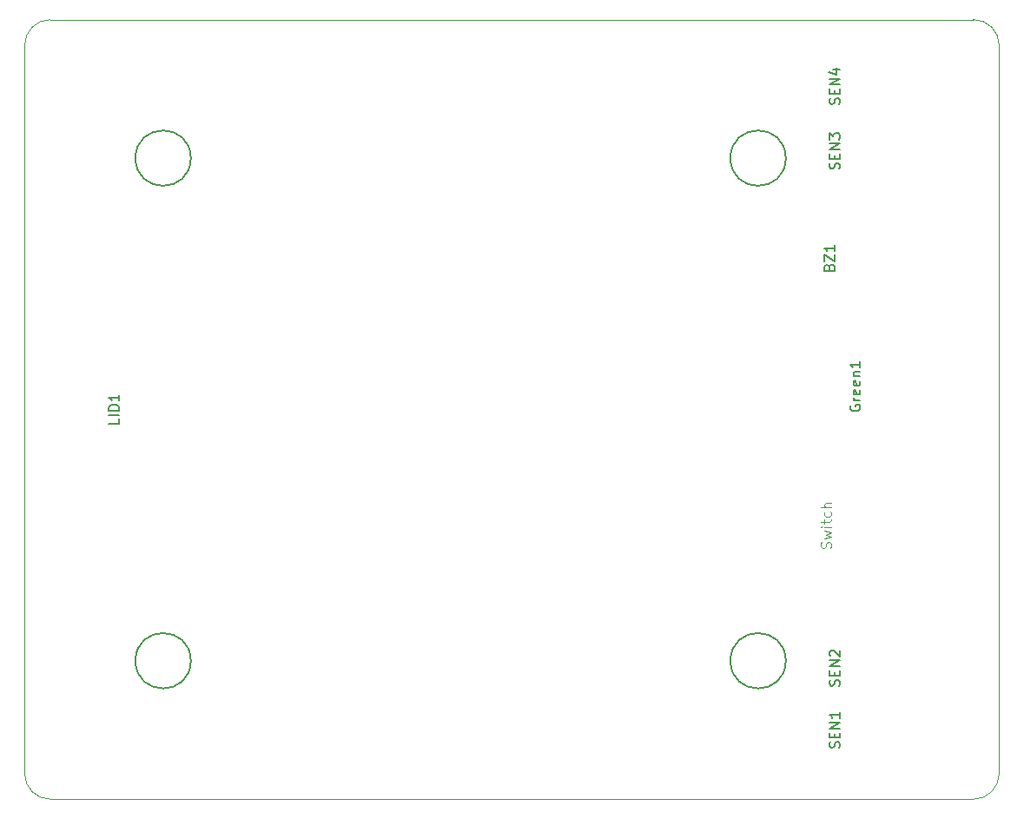
<source format=gbr>
%TF.GenerationSoftware,KiCad,Pcbnew,8.0.1*%
%TF.CreationDate,2024-04-28T12:21:08+02:00*%
%TF.ProjectId,IoT-Project,496f542d-5072-46f6-9a65-63742e6b6963,rev?*%
%TF.SameCoordinates,Original*%
%TF.FileFunction,Other,Comment*%
%FSLAX46Y46*%
G04 Gerber Fmt 4.6, Leading zero omitted, Abs format (unit mm)*
G04 Created by KiCad (PCBNEW 8.0.1) date 2024-04-28 12:21:08*
%MOMM*%
%LPD*%
G01*
G04 APERTURE LIST*
%ADD10C,0.100000*%
%ADD11C,0.150000*%
%TA.AperFunction,Profile*%
%ADD12C,0.050000*%
%TD*%
G04 APERTURE END LIST*
D10*
X115074800Y-137993734D02*
X115122419Y-137850877D01*
X115122419Y-137850877D02*
X115122419Y-137612782D01*
X115122419Y-137612782D02*
X115074800Y-137517544D01*
X115074800Y-137517544D02*
X115027180Y-137469925D01*
X115027180Y-137469925D02*
X114931942Y-137422306D01*
X114931942Y-137422306D02*
X114836704Y-137422306D01*
X114836704Y-137422306D02*
X114741466Y-137469925D01*
X114741466Y-137469925D02*
X114693847Y-137517544D01*
X114693847Y-137517544D02*
X114646228Y-137612782D01*
X114646228Y-137612782D02*
X114598609Y-137803258D01*
X114598609Y-137803258D02*
X114550990Y-137898496D01*
X114550990Y-137898496D02*
X114503371Y-137946115D01*
X114503371Y-137946115D02*
X114408133Y-137993734D01*
X114408133Y-137993734D02*
X114312895Y-137993734D01*
X114312895Y-137993734D02*
X114217657Y-137946115D01*
X114217657Y-137946115D02*
X114170038Y-137898496D01*
X114170038Y-137898496D02*
X114122419Y-137803258D01*
X114122419Y-137803258D02*
X114122419Y-137565163D01*
X114122419Y-137565163D02*
X114170038Y-137422306D01*
X114455752Y-137088972D02*
X115122419Y-136898496D01*
X115122419Y-136898496D02*
X114646228Y-136708020D01*
X114646228Y-136708020D02*
X115122419Y-136517544D01*
X115122419Y-136517544D02*
X114455752Y-136327068D01*
X115122419Y-135946115D02*
X114455752Y-135946115D01*
X114122419Y-135946115D02*
X114170038Y-135993734D01*
X114170038Y-135993734D02*
X114217657Y-135946115D01*
X114217657Y-135946115D02*
X114170038Y-135898496D01*
X114170038Y-135898496D02*
X114122419Y-135946115D01*
X114122419Y-135946115D02*
X114217657Y-135946115D01*
X114455752Y-135612782D02*
X114455752Y-135231830D01*
X114122419Y-135469925D02*
X114979561Y-135469925D01*
X114979561Y-135469925D02*
X115074800Y-135422306D01*
X115074800Y-135422306D02*
X115122419Y-135327068D01*
X115122419Y-135327068D02*
X115122419Y-135231830D01*
X115074800Y-134469925D02*
X115122419Y-134565163D01*
X115122419Y-134565163D02*
X115122419Y-134755639D01*
X115122419Y-134755639D02*
X115074800Y-134850877D01*
X115074800Y-134850877D02*
X115027180Y-134898496D01*
X115027180Y-134898496D02*
X114931942Y-134946115D01*
X114931942Y-134946115D02*
X114646228Y-134946115D01*
X114646228Y-134946115D02*
X114550990Y-134898496D01*
X114550990Y-134898496D02*
X114503371Y-134850877D01*
X114503371Y-134850877D02*
X114455752Y-134755639D01*
X114455752Y-134755639D02*
X114455752Y-134565163D01*
X114455752Y-134565163D02*
X114503371Y-134469925D01*
X115122419Y-134041353D02*
X114122419Y-134041353D01*
X115122419Y-133612782D02*
X114598609Y-133612782D01*
X114598609Y-133612782D02*
X114503371Y-133660401D01*
X114503371Y-133660401D02*
X114455752Y-133755639D01*
X114455752Y-133755639D02*
X114455752Y-133898496D01*
X114455752Y-133898496D02*
X114503371Y-133993734D01*
X114503371Y-133993734D02*
X114550990Y-134041353D01*
D11*
X117002438Y-124083333D02*
X116954819Y-124178571D01*
X116954819Y-124178571D02*
X116954819Y-124321428D01*
X116954819Y-124321428D02*
X117002438Y-124464285D01*
X117002438Y-124464285D02*
X117097676Y-124559523D01*
X117097676Y-124559523D02*
X117192914Y-124607142D01*
X117192914Y-124607142D02*
X117383390Y-124654761D01*
X117383390Y-124654761D02*
X117526247Y-124654761D01*
X117526247Y-124654761D02*
X117716723Y-124607142D01*
X117716723Y-124607142D02*
X117811961Y-124559523D01*
X117811961Y-124559523D02*
X117907200Y-124464285D01*
X117907200Y-124464285D02*
X117954819Y-124321428D01*
X117954819Y-124321428D02*
X117954819Y-124226190D01*
X117954819Y-124226190D02*
X117907200Y-124083333D01*
X117907200Y-124083333D02*
X117859580Y-124035714D01*
X117859580Y-124035714D02*
X117526247Y-124035714D01*
X117526247Y-124035714D02*
X117526247Y-124226190D01*
X117954819Y-123607142D02*
X117288152Y-123607142D01*
X117478628Y-123607142D02*
X117383390Y-123559523D01*
X117383390Y-123559523D02*
X117335771Y-123511904D01*
X117335771Y-123511904D02*
X117288152Y-123416666D01*
X117288152Y-123416666D02*
X117288152Y-123321428D01*
X117907200Y-122607142D02*
X117954819Y-122702380D01*
X117954819Y-122702380D02*
X117954819Y-122892856D01*
X117954819Y-122892856D02*
X117907200Y-122988094D01*
X117907200Y-122988094D02*
X117811961Y-123035713D01*
X117811961Y-123035713D02*
X117431009Y-123035713D01*
X117431009Y-123035713D02*
X117335771Y-122988094D01*
X117335771Y-122988094D02*
X117288152Y-122892856D01*
X117288152Y-122892856D02*
X117288152Y-122702380D01*
X117288152Y-122702380D02*
X117335771Y-122607142D01*
X117335771Y-122607142D02*
X117431009Y-122559523D01*
X117431009Y-122559523D02*
X117526247Y-122559523D01*
X117526247Y-122559523D02*
X117621485Y-123035713D01*
X117907200Y-121749999D02*
X117954819Y-121845237D01*
X117954819Y-121845237D02*
X117954819Y-122035713D01*
X117954819Y-122035713D02*
X117907200Y-122130951D01*
X117907200Y-122130951D02*
X117811961Y-122178570D01*
X117811961Y-122178570D02*
X117431009Y-122178570D01*
X117431009Y-122178570D02*
X117335771Y-122130951D01*
X117335771Y-122130951D02*
X117288152Y-122035713D01*
X117288152Y-122035713D02*
X117288152Y-121845237D01*
X117288152Y-121845237D02*
X117335771Y-121749999D01*
X117335771Y-121749999D02*
X117431009Y-121702380D01*
X117431009Y-121702380D02*
X117526247Y-121702380D01*
X117526247Y-121702380D02*
X117621485Y-122178570D01*
X117288152Y-121273808D02*
X117954819Y-121273808D01*
X117383390Y-121273808D02*
X117335771Y-121226189D01*
X117335771Y-121226189D02*
X117288152Y-121130951D01*
X117288152Y-121130951D02*
X117288152Y-120988094D01*
X117288152Y-120988094D02*
X117335771Y-120892856D01*
X117335771Y-120892856D02*
X117431009Y-120845237D01*
X117431009Y-120845237D02*
X117954819Y-120845237D01*
X117954819Y-119845237D02*
X117954819Y-120416665D01*
X117954819Y-120130951D02*
X116954819Y-120130951D01*
X116954819Y-120130951D02*
X117097676Y-120226189D01*
X117097676Y-120226189D02*
X117192914Y-120321427D01*
X117192914Y-120321427D02*
X117240533Y-120416665D01*
X115907200Y-151438094D02*
X115954819Y-151295237D01*
X115954819Y-151295237D02*
X115954819Y-151057142D01*
X115954819Y-151057142D02*
X115907200Y-150961904D01*
X115907200Y-150961904D02*
X115859580Y-150914285D01*
X115859580Y-150914285D02*
X115764342Y-150866666D01*
X115764342Y-150866666D02*
X115669104Y-150866666D01*
X115669104Y-150866666D02*
X115573866Y-150914285D01*
X115573866Y-150914285D02*
X115526247Y-150961904D01*
X115526247Y-150961904D02*
X115478628Y-151057142D01*
X115478628Y-151057142D02*
X115431009Y-151247618D01*
X115431009Y-151247618D02*
X115383390Y-151342856D01*
X115383390Y-151342856D02*
X115335771Y-151390475D01*
X115335771Y-151390475D02*
X115240533Y-151438094D01*
X115240533Y-151438094D02*
X115145295Y-151438094D01*
X115145295Y-151438094D02*
X115050057Y-151390475D01*
X115050057Y-151390475D02*
X115002438Y-151342856D01*
X115002438Y-151342856D02*
X114954819Y-151247618D01*
X114954819Y-151247618D02*
X114954819Y-151009523D01*
X114954819Y-151009523D02*
X115002438Y-150866666D01*
X115431009Y-150438094D02*
X115431009Y-150104761D01*
X115954819Y-149961904D02*
X115954819Y-150438094D01*
X115954819Y-150438094D02*
X114954819Y-150438094D01*
X114954819Y-150438094D02*
X114954819Y-149961904D01*
X115954819Y-149533332D02*
X114954819Y-149533332D01*
X114954819Y-149533332D02*
X115954819Y-148961904D01*
X115954819Y-148961904D02*
X114954819Y-148961904D01*
X115050057Y-148533332D02*
X115002438Y-148485713D01*
X115002438Y-148485713D02*
X114954819Y-148390475D01*
X114954819Y-148390475D02*
X114954819Y-148152380D01*
X114954819Y-148152380D02*
X115002438Y-148057142D01*
X115002438Y-148057142D02*
X115050057Y-148009523D01*
X115050057Y-148009523D02*
X115145295Y-147961904D01*
X115145295Y-147961904D02*
X115240533Y-147961904D01*
X115240533Y-147961904D02*
X115383390Y-148009523D01*
X115383390Y-148009523D02*
X115954819Y-148580951D01*
X115954819Y-148580951D02*
X115954819Y-147961904D01*
X114931009Y-110630952D02*
X114978628Y-110488095D01*
X114978628Y-110488095D02*
X115026247Y-110440476D01*
X115026247Y-110440476D02*
X115121485Y-110392857D01*
X115121485Y-110392857D02*
X115264342Y-110392857D01*
X115264342Y-110392857D02*
X115359580Y-110440476D01*
X115359580Y-110440476D02*
X115407200Y-110488095D01*
X115407200Y-110488095D02*
X115454819Y-110583333D01*
X115454819Y-110583333D02*
X115454819Y-110964285D01*
X115454819Y-110964285D02*
X114454819Y-110964285D01*
X114454819Y-110964285D02*
X114454819Y-110630952D01*
X114454819Y-110630952D02*
X114502438Y-110535714D01*
X114502438Y-110535714D02*
X114550057Y-110488095D01*
X114550057Y-110488095D02*
X114645295Y-110440476D01*
X114645295Y-110440476D02*
X114740533Y-110440476D01*
X114740533Y-110440476D02*
X114835771Y-110488095D01*
X114835771Y-110488095D02*
X114883390Y-110535714D01*
X114883390Y-110535714D02*
X114931009Y-110630952D01*
X114931009Y-110630952D02*
X114931009Y-110964285D01*
X114454819Y-110059523D02*
X114454819Y-109392857D01*
X114454819Y-109392857D02*
X115454819Y-110059523D01*
X115454819Y-110059523D02*
X115454819Y-109392857D01*
X115454819Y-108488095D02*
X115454819Y-109059523D01*
X115454819Y-108773809D02*
X114454819Y-108773809D01*
X114454819Y-108773809D02*
X114597676Y-108869047D01*
X114597676Y-108869047D02*
X114692914Y-108964285D01*
X114692914Y-108964285D02*
X114740533Y-109059523D01*
X115907200Y-157488094D02*
X115954819Y-157345237D01*
X115954819Y-157345237D02*
X115954819Y-157107142D01*
X115954819Y-157107142D02*
X115907200Y-157011904D01*
X115907200Y-157011904D02*
X115859580Y-156964285D01*
X115859580Y-156964285D02*
X115764342Y-156916666D01*
X115764342Y-156916666D02*
X115669104Y-156916666D01*
X115669104Y-156916666D02*
X115573866Y-156964285D01*
X115573866Y-156964285D02*
X115526247Y-157011904D01*
X115526247Y-157011904D02*
X115478628Y-157107142D01*
X115478628Y-157107142D02*
X115431009Y-157297618D01*
X115431009Y-157297618D02*
X115383390Y-157392856D01*
X115383390Y-157392856D02*
X115335771Y-157440475D01*
X115335771Y-157440475D02*
X115240533Y-157488094D01*
X115240533Y-157488094D02*
X115145295Y-157488094D01*
X115145295Y-157488094D02*
X115050057Y-157440475D01*
X115050057Y-157440475D02*
X115002438Y-157392856D01*
X115002438Y-157392856D02*
X114954819Y-157297618D01*
X114954819Y-157297618D02*
X114954819Y-157059523D01*
X114954819Y-157059523D02*
X115002438Y-156916666D01*
X115431009Y-156488094D02*
X115431009Y-156154761D01*
X115954819Y-156011904D02*
X115954819Y-156488094D01*
X115954819Y-156488094D02*
X114954819Y-156488094D01*
X114954819Y-156488094D02*
X114954819Y-156011904D01*
X115954819Y-155583332D02*
X114954819Y-155583332D01*
X114954819Y-155583332D02*
X115954819Y-155011904D01*
X115954819Y-155011904D02*
X114954819Y-155011904D01*
X115954819Y-154011904D02*
X115954819Y-154583332D01*
X115954819Y-154297618D02*
X114954819Y-154297618D01*
X114954819Y-154297618D02*
X115097676Y-154392856D01*
X115097676Y-154392856D02*
X115192914Y-154488094D01*
X115192914Y-154488094D02*
X115240533Y-154583332D01*
X45704819Y-125404761D02*
X45704819Y-125880951D01*
X45704819Y-125880951D02*
X44704819Y-125880951D01*
X45704819Y-125071427D02*
X44704819Y-125071427D01*
X45704819Y-124595237D02*
X44704819Y-124595237D01*
X44704819Y-124595237D02*
X44704819Y-124357142D01*
X44704819Y-124357142D02*
X44752438Y-124214285D01*
X44752438Y-124214285D02*
X44847676Y-124119047D01*
X44847676Y-124119047D02*
X44942914Y-124071428D01*
X44942914Y-124071428D02*
X45133390Y-124023809D01*
X45133390Y-124023809D02*
X45276247Y-124023809D01*
X45276247Y-124023809D02*
X45466723Y-124071428D01*
X45466723Y-124071428D02*
X45561961Y-124119047D01*
X45561961Y-124119047D02*
X45657200Y-124214285D01*
X45657200Y-124214285D02*
X45704819Y-124357142D01*
X45704819Y-124357142D02*
X45704819Y-124595237D01*
X45704819Y-123071428D02*
X45704819Y-123642856D01*
X45704819Y-123357142D02*
X44704819Y-123357142D01*
X44704819Y-123357142D02*
X44847676Y-123452380D01*
X44847676Y-123452380D02*
X44942914Y-123547618D01*
X44942914Y-123547618D02*
X44990533Y-123642856D01*
X115907200Y-94738094D02*
X115954819Y-94595237D01*
X115954819Y-94595237D02*
X115954819Y-94357142D01*
X115954819Y-94357142D02*
X115907200Y-94261904D01*
X115907200Y-94261904D02*
X115859580Y-94214285D01*
X115859580Y-94214285D02*
X115764342Y-94166666D01*
X115764342Y-94166666D02*
X115669104Y-94166666D01*
X115669104Y-94166666D02*
X115573866Y-94214285D01*
X115573866Y-94214285D02*
X115526247Y-94261904D01*
X115526247Y-94261904D02*
X115478628Y-94357142D01*
X115478628Y-94357142D02*
X115431009Y-94547618D01*
X115431009Y-94547618D02*
X115383390Y-94642856D01*
X115383390Y-94642856D02*
X115335771Y-94690475D01*
X115335771Y-94690475D02*
X115240533Y-94738094D01*
X115240533Y-94738094D02*
X115145295Y-94738094D01*
X115145295Y-94738094D02*
X115050057Y-94690475D01*
X115050057Y-94690475D02*
X115002438Y-94642856D01*
X115002438Y-94642856D02*
X114954819Y-94547618D01*
X114954819Y-94547618D02*
X114954819Y-94309523D01*
X114954819Y-94309523D02*
X115002438Y-94166666D01*
X115431009Y-93738094D02*
X115431009Y-93404761D01*
X115954819Y-93261904D02*
X115954819Y-93738094D01*
X115954819Y-93738094D02*
X114954819Y-93738094D01*
X114954819Y-93738094D02*
X114954819Y-93261904D01*
X115954819Y-92833332D02*
X114954819Y-92833332D01*
X114954819Y-92833332D02*
X115954819Y-92261904D01*
X115954819Y-92261904D02*
X114954819Y-92261904D01*
X115288152Y-91357142D02*
X115954819Y-91357142D01*
X114907200Y-91595237D02*
X115621485Y-91833332D01*
X115621485Y-91833332D02*
X115621485Y-91214285D01*
X115907200Y-101038094D02*
X115954819Y-100895237D01*
X115954819Y-100895237D02*
X115954819Y-100657142D01*
X115954819Y-100657142D02*
X115907200Y-100561904D01*
X115907200Y-100561904D02*
X115859580Y-100514285D01*
X115859580Y-100514285D02*
X115764342Y-100466666D01*
X115764342Y-100466666D02*
X115669104Y-100466666D01*
X115669104Y-100466666D02*
X115573866Y-100514285D01*
X115573866Y-100514285D02*
X115526247Y-100561904D01*
X115526247Y-100561904D02*
X115478628Y-100657142D01*
X115478628Y-100657142D02*
X115431009Y-100847618D01*
X115431009Y-100847618D02*
X115383390Y-100942856D01*
X115383390Y-100942856D02*
X115335771Y-100990475D01*
X115335771Y-100990475D02*
X115240533Y-101038094D01*
X115240533Y-101038094D02*
X115145295Y-101038094D01*
X115145295Y-101038094D02*
X115050057Y-100990475D01*
X115050057Y-100990475D02*
X115002438Y-100942856D01*
X115002438Y-100942856D02*
X114954819Y-100847618D01*
X114954819Y-100847618D02*
X114954819Y-100609523D01*
X114954819Y-100609523D02*
X115002438Y-100466666D01*
X115431009Y-100038094D02*
X115431009Y-99704761D01*
X115954819Y-99561904D02*
X115954819Y-100038094D01*
X115954819Y-100038094D02*
X114954819Y-100038094D01*
X114954819Y-100038094D02*
X114954819Y-99561904D01*
X115954819Y-99133332D02*
X114954819Y-99133332D01*
X114954819Y-99133332D02*
X115954819Y-98561904D01*
X115954819Y-98561904D02*
X114954819Y-98561904D01*
X114954819Y-98180951D02*
X114954819Y-97561904D01*
X114954819Y-97561904D02*
X115335771Y-97895237D01*
X115335771Y-97895237D02*
X115335771Y-97752380D01*
X115335771Y-97752380D02*
X115383390Y-97657142D01*
X115383390Y-97657142D02*
X115431009Y-97609523D01*
X115431009Y-97609523D02*
X115526247Y-97561904D01*
X115526247Y-97561904D02*
X115764342Y-97561904D01*
X115764342Y-97561904D02*
X115859580Y-97609523D01*
X115859580Y-97609523D02*
X115907200Y-97657142D01*
X115907200Y-97657142D02*
X115954819Y-97752380D01*
X115954819Y-97752380D02*
X115954819Y-98038094D01*
X115954819Y-98038094D02*
X115907200Y-98133332D01*
X115907200Y-98133332D02*
X115859580Y-98180951D01*
%TO.C,H2*%
X110700000Y-100000000D02*
G75*
G02*
X105300000Y-100000000I-2700000J0D01*
G01*
X105300000Y-100000000D02*
G75*
G02*
X110700000Y-100000000I2700000J0D01*
G01*
%TO.C,H4*%
X110700000Y-149000000D02*
G75*
G02*
X105300000Y-149000000I-2700000J0D01*
G01*
X105300000Y-149000000D02*
G75*
G02*
X110700000Y-149000000I2700000J0D01*
G01*
%TO.C,H3*%
X52700000Y-149000000D02*
G75*
G02*
X47300000Y-149000000I-2700000J0D01*
G01*
X47300000Y-149000000D02*
G75*
G02*
X52700000Y-149000000I2700000J0D01*
G01*
%TO.C,H1*%
X52700000Y-100000000D02*
G75*
G02*
X47300000Y-100000000I-2700000J0D01*
G01*
X47300000Y-100000000D02*
G75*
G02*
X52700000Y-100000000I2700000J0D01*
G01*
%TD*%
D12*
X129000000Y-162500000D02*
X39000000Y-162500000D01*
X131500000Y-89000000D02*
X131500000Y-160000000D01*
X39000000Y-86500000D02*
X129000000Y-86500000D01*
X36500000Y-160000000D02*
X36500000Y-89000000D01*
X39000000Y-162500000D02*
G75*
G02*
X36500000Y-160000000I0J2500000D01*
G01*
X131500000Y-160000000D02*
G75*
G02*
X129000000Y-162500000I-2500000J0D01*
G01*
X36500000Y-89000000D02*
G75*
G02*
X39000000Y-86500000I2500000J0D01*
G01*
X129000000Y-86500000D02*
G75*
G02*
X131500000Y-89000000I0J-2500000D01*
G01*
M02*

</source>
